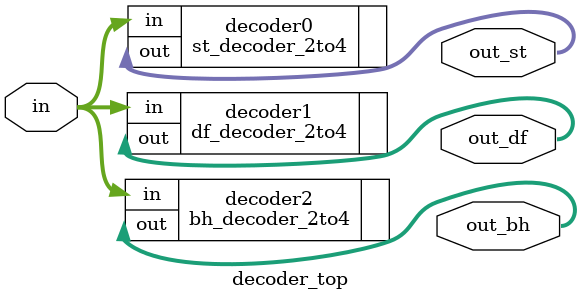
<source format=v>
module decoder_top(out_st, out_df, out_bh, in);

    output [3:0] out_st, out_df, out_bh;
    input  [1:0] in;
    
    st_decoder_2to4 decoder0(.out(out_st), .in(in));
    df_decoder_2to4 decoder1(.out(out_df), .in(in));
    bh_decoder_2to4 decoder2(.out(out_bh), .in(in));
endmodule
</source>
